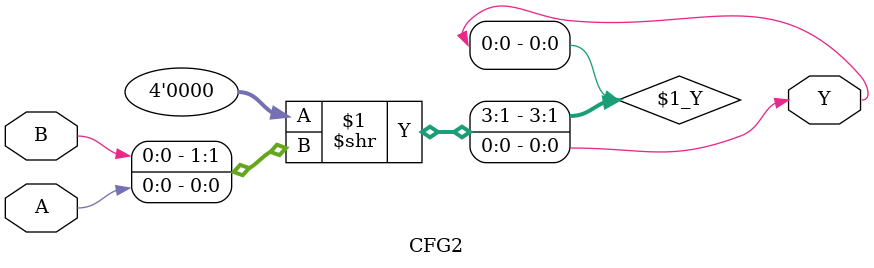
<source format=v>
module CFG2 (
	output Y,
	input A,
	input B
);
	parameter [3:0] INIT = 4'h0;
	assign Y = INIT >> {B, A};
endmodule
</source>
